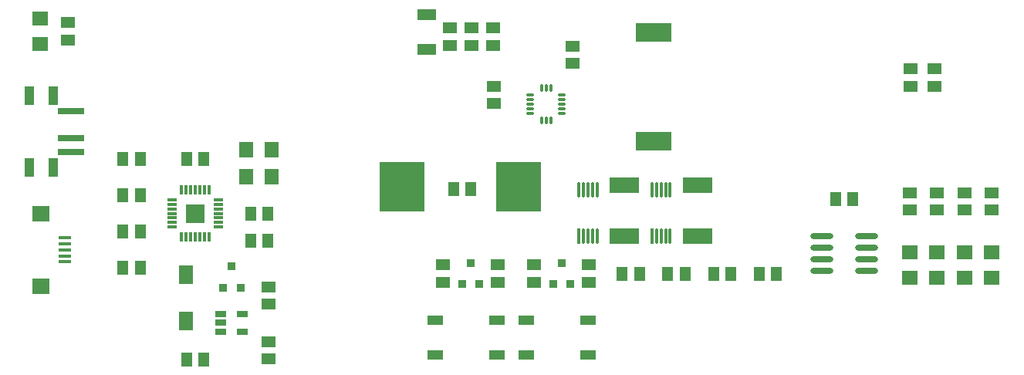
<source format=gtp>
G04*
G04 #@! TF.GenerationSoftware,Altium Limited,CircuitStudio,1.5.1 (13)*
G04*
G04 Layer_Color=7318015*
%FSLAX25Y25*%
%MOIN*%
G70*
G01*
G75*
%ADD10R,0.05906X0.05118*%
%ADD11R,0.04200X0.01200*%
%ADD12R,0.01200X0.04200*%
%ADD13R,0.07874X0.07874*%
%ADD14O,0.09843X0.02756*%
%ADD15R,0.06693X0.03937*%
%ADD16R,0.05118X0.05906*%
%ADD17R,0.12598X0.07087*%
%ADD18R,0.07087X0.06299*%
%ADD19R,0.07874X0.04921*%
%ADD20R,0.06299X0.07087*%
%ADD21R,0.03347X0.03740*%
%ADD22R,0.06496X0.07874*%
%ADD23R,0.05118X0.02756*%
%ADD24R,0.19685X0.21260*%
%ADD25R,0.15748X0.07874*%
%ADD26R,0.07500X0.07100*%
%ADD27R,0.05600X0.01400*%
%ADD28R,0.03937X0.07874*%
%ADD29R,0.11811X0.03150*%
%ADD30O,0.01378X0.07087*%
%ADD31R,0.01378X0.07087*%
%ADD32O,0.01181X0.03543*%
%ADD33O,0.03543X0.01181*%
D10*
X740945Y458465D02*
D03*
Y465945D02*
D03*
X764567D02*
D03*
Y458465D02*
D03*
X780315D02*
D03*
Y465945D02*
D03*
X803937D02*
D03*
Y458465D02*
D03*
X977953Y497047D02*
D03*
Y489567D02*
D03*
X966142Y497047D02*
D03*
Y489567D02*
D03*
X954331Y497047D02*
D03*
Y489567D02*
D03*
X942520Y497047D02*
D03*
Y489567D02*
D03*
X753150Y568307D02*
D03*
Y560827D02*
D03*
X578740Y563189D02*
D03*
Y570669D02*
D03*
X665354Y456496D02*
D03*
Y449016D02*
D03*
Y432874D02*
D03*
Y425394D02*
D03*
X762598Y568307D02*
D03*
Y560827D02*
D03*
X953150Y550591D02*
D03*
Y543110D02*
D03*
X942913Y550591D02*
D03*
Y543110D02*
D03*
X796850Y560433D02*
D03*
Y552953D02*
D03*
X762992Y535630D02*
D03*
Y543110D02*
D03*
X743701Y560827D02*
D03*
Y568307D02*
D03*
D11*
X623721Y494095D02*
D03*
Y492126D02*
D03*
Y490158D02*
D03*
Y488189D02*
D03*
Y486221D02*
D03*
Y484252D02*
D03*
Y482283D02*
D03*
X643996D02*
D03*
Y484252D02*
D03*
Y486221D02*
D03*
Y488189D02*
D03*
Y490158D02*
D03*
Y492126D02*
D03*
Y494095D02*
D03*
D12*
X627953Y478052D02*
D03*
X629921D02*
D03*
X631890D02*
D03*
X633858D02*
D03*
X635827D02*
D03*
X637795D02*
D03*
X639764D02*
D03*
Y498326D02*
D03*
X637795D02*
D03*
X635827D02*
D03*
X633858D02*
D03*
X631890D02*
D03*
X629921D02*
D03*
X627953D02*
D03*
D13*
X633858Y488189D02*
D03*
D14*
X923819Y463366D02*
D03*
Y468366D02*
D03*
Y473366D02*
D03*
Y478366D02*
D03*
X904528Y463366D02*
D03*
Y468366D02*
D03*
Y473366D02*
D03*
Y478366D02*
D03*
D15*
X776756Y442126D02*
D03*
Y427165D02*
D03*
X803559Y442126D02*
D03*
Y427165D02*
D03*
X737386Y442126D02*
D03*
Y427165D02*
D03*
X764189Y442126D02*
D03*
Y427165D02*
D03*
D16*
X745472Y498819D02*
D03*
X752953D02*
D03*
X610039Y496063D02*
D03*
X602559D02*
D03*
Y511811D02*
D03*
X610039D02*
D03*
X630118D02*
D03*
X637598D02*
D03*
X602559Y480315D02*
D03*
X610039D02*
D03*
X837992Y462205D02*
D03*
X845472D02*
D03*
X602559Y464567D02*
D03*
X610039D02*
D03*
X917913Y494488D02*
D03*
X910433D02*
D03*
X865158Y462205D02*
D03*
X857677D02*
D03*
X825787D02*
D03*
X818307D02*
D03*
X665158Y488189D02*
D03*
X657677D02*
D03*
X665158Y476378D02*
D03*
X657677D02*
D03*
X637598Y425197D02*
D03*
X630118D02*
D03*
X877362Y462205D02*
D03*
X884842D02*
D03*
D17*
X850787Y478346D02*
D03*
Y500394D02*
D03*
X819291Y478346D02*
D03*
Y500394D02*
D03*
D18*
X977953Y460236D02*
D03*
Y471260D02*
D03*
X966142Y460236D02*
D03*
Y471260D02*
D03*
X954331Y460236D02*
D03*
Y471260D02*
D03*
X942520Y460236D02*
D03*
Y471260D02*
D03*
X566929Y561417D02*
D03*
Y572441D02*
D03*
D19*
X733858Y574016D02*
D03*
Y559055D02*
D03*
D20*
X666929Y503937D02*
D03*
X655905D02*
D03*
X666929Y515748D02*
D03*
X655905D02*
D03*
D21*
X649606Y465256D02*
D03*
X653346Y456004D02*
D03*
X645866D02*
D03*
X792126Y466831D02*
D03*
X795866Y457579D02*
D03*
X788386D02*
D03*
X752756Y466831D02*
D03*
X756496Y457579D02*
D03*
X749016D02*
D03*
D22*
X629921Y441732D02*
D03*
Y461811D02*
D03*
D23*
X644882Y444685D02*
D03*
Y440945D02*
D03*
Y437205D02*
D03*
X654331D02*
D03*
Y444685D02*
D03*
D24*
X773622Y499606D02*
D03*
X723228D02*
D03*
D25*
X831890Y519291D02*
D03*
Y566535D02*
D03*
D26*
X567126Y456641D02*
D03*
Y488189D02*
D03*
D27*
X577626Y469841D02*
D03*
Y472441D02*
D03*
Y475000D02*
D03*
Y467241D02*
D03*
Y477559D02*
D03*
D28*
X562008Y539173D02*
D03*
Y508071D02*
D03*
X572638Y539173D02*
D03*
Y508071D02*
D03*
D29*
X580118Y532480D02*
D03*
Y520669D02*
D03*
Y514764D02*
D03*
D30*
X838976Y498228D02*
D03*
X837008D02*
D03*
X835039D02*
D03*
X833071D02*
D03*
X831102D02*
D03*
X838976Y478543D02*
D03*
X837008D02*
D03*
X835039D02*
D03*
X833071D02*
D03*
X807480Y498228D02*
D03*
X805512D02*
D03*
X803543D02*
D03*
X801575D02*
D03*
X799606D02*
D03*
X807480Y478543D02*
D03*
X805512D02*
D03*
X803543D02*
D03*
X801575D02*
D03*
D31*
X831102D02*
D03*
X799606D02*
D03*
D32*
X787402Y542520D02*
D03*
X783465D02*
D03*
X785433D02*
D03*
X787402Y528543D02*
D03*
X783465D02*
D03*
X785433D02*
D03*
D33*
X792323Y539370D02*
D03*
Y537401D02*
D03*
Y535433D02*
D03*
Y533464D02*
D03*
Y531496D02*
D03*
X778543Y539370D02*
D03*
Y537401D02*
D03*
Y535433D02*
D03*
Y533464D02*
D03*
Y531496D02*
D03*
M02*

</source>
